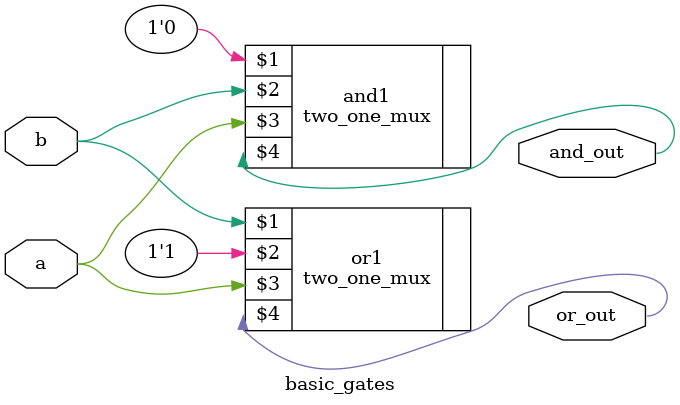
<source format=v>
`timescale 1ns / 1ps


module basic_gates(
input a,b,
output and_out,or_out
    );

 two_one_mux and1(1'b0,b,a,and_out);
 two_one_mux or1(b,1'b1,a,or_out); 
   
    
    
endmodule

</source>
